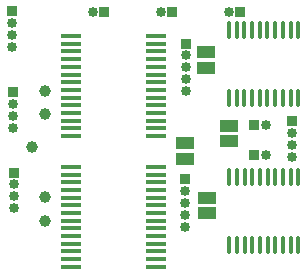
<source format=gbs>
%TF.GenerationSoftware,KiCad,Pcbnew,7.0.5*%
%TF.CreationDate,2023-06-11T19:33:25+08:00*%
%TF.ProjectId,DiveCAN Head,44697665-4341-44e2-9048-6561642e6b69,rev?*%
%TF.SameCoordinates,Original*%
%TF.FileFunction,Soldermask,Bot*%
%TF.FilePolarity,Negative*%
%FSLAX46Y46*%
G04 Gerber Fmt 4.6, Leading zero omitted, Abs format (unit mm)*
G04 Created by KiCad (PCBNEW 7.0.5) date 2023-06-11 19:33:25*
%MOMM*%
%LPD*%
G01*
G04 APERTURE LIST*
G04 Aperture macros list*
%AMRoundRect*
0 Rectangle with rounded corners*
0 $1 Rounding radius*
0 $2 $3 $4 $5 $6 $7 $8 $9 X,Y pos of 4 corners*
0 Add a 4 corners polygon primitive as box body*
4,1,4,$2,$3,$4,$5,$6,$7,$8,$9,$2,$3,0*
0 Add four circle primitives for the rounded corners*
1,1,$1+$1,$2,$3*
1,1,$1+$1,$4,$5*
1,1,$1+$1,$6,$7*
1,1,$1+$1,$8,$9*
0 Add four rect primitives between the rounded corners*
20,1,$1+$1,$2,$3,$4,$5,0*
20,1,$1+$1,$4,$5,$6,$7,0*
20,1,$1+$1,$6,$7,$8,$9,0*
20,1,$1+$1,$8,$9,$2,$3,0*%
G04 Aperture macros list end*
%ADD10R,1.750000X0.450000*%
%ADD11R,0.850000X0.850000*%
%ADD12O,0.850000X0.850000*%
%ADD13C,1.000000*%
%ADD14R,1.500000X1.000000*%
%ADD15RoundRect,0.100000X-0.100000X0.637500X-0.100000X-0.637500X0.100000X-0.637500X0.100000X0.637500X0*%
G04 APERTURE END LIST*
D10*
%TO.C,U10*%
X113300000Y-106450000D03*
X113300000Y-107100000D03*
X113300000Y-107750000D03*
X113300000Y-108400000D03*
X113300000Y-109050000D03*
X113300000Y-109700000D03*
X113300000Y-110350000D03*
X113300000Y-111000000D03*
X113300000Y-111650000D03*
X113300000Y-112300000D03*
X113300000Y-112950000D03*
X113300000Y-113600000D03*
X113300000Y-114250000D03*
X113300000Y-114900000D03*
X106100000Y-114900000D03*
X106100000Y-114250000D03*
X106100000Y-113600000D03*
X106100000Y-112950000D03*
X106100000Y-112300000D03*
X106100000Y-111650000D03*
X106100000Y-111000000D03*
X106100000Y-110350000D03*
X106100000Y-109700000D03*
X106100000Y-109050000D03*
X106100000Y-108400000D03*
X106100000Y-107750000D03*
X106100000Y-107100000D03*
X106100000Y-106450000D03*
%TD*%
D11*
%TO.C,J11*%
X120400000Y-93300000D03*
D12*
X119400000Y-93300000D03*
%TD*%
D11*
%TO.C,J2*%
X108900000Y-93300000D03*
D12*
X107900000Y-93300000D03*
%TD*%
D11*
%TO.C,J1*%
X114655000Y-93300000D03*
D12*
X113655000Y-93300000D03*
%TD*%
D11*
%TO.C,J3*%
X121600000Y-102900000D03*
D12*
X122600000Y-102900000D03*
%TD*%
D13*
%TO.C,TP1*%
X102800000Y-104800000D03*
%TD*%
D11*
%TO.C,J7*%
X101270001Y-106925000D03*
D12*
X101270001Y-107925000D03*
X101270001Y-108925000D03*
X101270001Y-109925000D03*
%TD*%
D11*
%TO.C,J5*%
X101100000Y-93260000D03*
D12*
X101100000Y-94260000D03*
X101100000Y-95260000D03*
X101100000Y-96260000D03*
%TD*%
D11*
%TO.C,J6*%
X101167498Y-100125000D03*
D12*
X101167498Y-101125000D03*
X101167498Y-102125000D03*
X101167498Y-103125000D03*
%TD*%
D11*
%TO.C,J4*%
X124800000Y-102600000D03*
D12*
X124800000Y-103600000D03*
X124800000Y-104600000D03*
X124800000Y-105600000D03*
%TD*%
D11*
%TO.C,J8*%
X115800000Y-96000000D03*
D12*
X115800000Y-97000000D03*
X115800000Y-98000000D03*
X115800000Y-99000000D03*
X115800000Y-100000000D03*
%TD*%
D11*
%TO.C,J9*%
X115750000Y-107500000D03*
D12*
X115750000Y-108500000D03*
X115750000Y-109500000D03*
X115750000Y-110500000D03*
X115750000Y-111500000D03*
%TD*%
%TO.C,J10*%
X122600000Y-105400000D03*
D11*
X121600000Y-105400000D03*
%TD*%
D13*
%TO.C,TP13*%
X103900000Y-111000000D03*
%TD*%
D14*
%TO.C,JP5*%
X119400000Y-104250000D03*
X119400000Y-102950000D03*
%TD*%
%TO.C,JP2*%
X117600000Y-110350000D03*
X117600000Y-109050000D03*
%TD*%
D13*
%TO.C,TP11*%
X103900000Y-100000000D03*
%TD*%
D14*
%TO.C,JP6*%
X115700000Y-104450000D03*
X115700000Y-105750000D03*
%TD*%
D13*
%TO.C,TP10*%
X103900000Y-102000000D03*
%TD*%
D15*
%TO.C,U8*%
X119450000Y-94875000D03*
X120100000Y-94875000D03*
X120750000Y-94875000D03*
X121400000Y-94875000D03*
X122050000Y-94875000D03*
X122700000Y-94875000D03*
X123350000Y-94875000D03*
X124000000Y-94875000D03*
X124650000Y-94875000D03*
X125300000Y-94875000D03*
X125300000Y-100600000D03*
X124650000Y-100600000D03*
X124000000Y-100600000D03*
X123350000Y-100600000D03*
X122700000Y-100600000D03*
X122050000Y-100600000D03*
X121400000Y-100600000D03*
X120750000Y-100600000D03*
X120100000Y-100600000D03*
X119450000Y-100600000D03*
%TD*%
D14*
%TO.C,JP1*%
X117500000Y-98050000D03*
X117500000Y-96750000D03*
%TD*%
D15*
%TO.C,U11*%
X119475000Y-107337500D03*
X120125000Y-107337500D03*
X120775000Y-107337500D03*
X121425000Y-107337500D03*
X122075000Y-107337500D03*
X122725000Y-107337500D03*
X123375000Y-107337500D03*
X124025000Y-107337500D03*
X124675000Y-107337500D03*
X125325000Y-107337500D03*
X125325000Y-113062500D03*
X124675000Y-113062500D03*
X124025000Y-113062500D03*
X123375000Y-113062500D03*
X122725000Y-113062500D03*
X122075000Y-113062500D03*
X121425000Y-113062500D03*
X120775000Y-113062500D03*
X120125000Y-113062500D03*
X119475000Y-113062500D03*
%TD*%
D10*
%TO.C,U7*%
X113300000Y-95375000D03*
X113300000Y-96025000D03*
X113300000Y-96675000D03*
X113300000Y-97325000D03*
X113300000Y-97975000D03*
X113300000Y-98625000D03*
X113300000Y-99275000D03*
X113300000Y-99925000D03*
X113300000Y-100575000D03*
X113300000Y-101225000D03*
X113300000Y-101875000D03*
X113300000Y-102525000D03*
X113300000Y-103175000D03*
X113300000Y-103825000D03*
X106100000Y-103825000D03*
X106100000Y-103175000D03*
X106100000Y-102525000D03*
X106100000Y-101875000D03*
X106100000Y-101225000D03*
X106100000Y-100575000D03*
X106100000Y-99925000D03*
X106100000Y-99275000D03*
X106100000Y-98625000D03*
X106100000Y-97975000D03*
X106100000Y-97325000D03*
X106100000Y-96675000D03*
X106100000Y-96025000D03*
X106100000Y-95375000D03*
%TD*%
D13*
%TO.C,TP14*%
X103900000Y-109000000D03*
%TD*%
M02*

</source>
